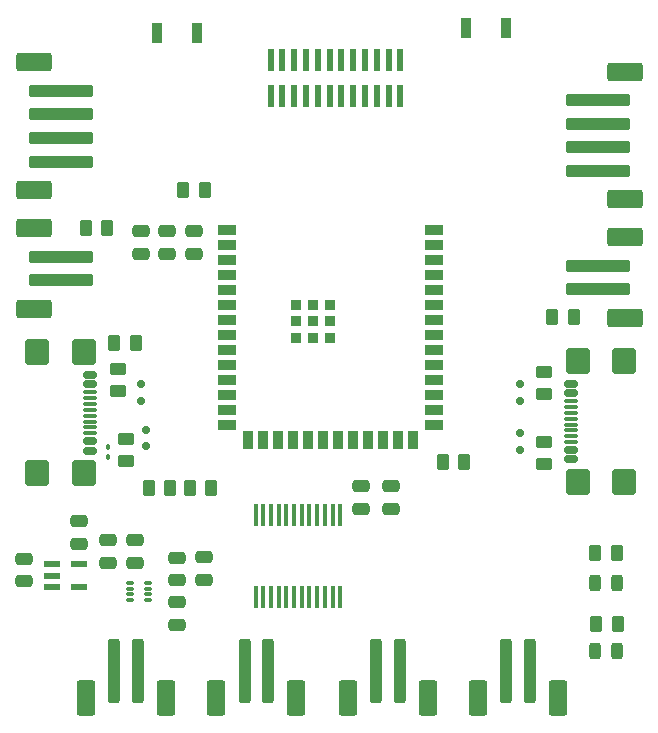
<source format=gbr>
%TF.GenerationSoftware,KiCad,Pcbnew,9.0.5*%
%TF.CreationDate,2025-10-28T16:25:52-07:00*%
%TF.ProjectId,Vine_Basestation_Cable_Reeling,56696e65-5f42-4617-9365-73746174696f,rev?*%
%TF.SameCoordinates,Original*%
%TF.FileFunction,Paste,Top*%
%TF.FilePolarity,Positive*%
%FSLAX46Y46*%
G04 Gerber Fmt 4.6, Leading zero omitted, Abs format (unit mm)*
G04 Created by KiCad (PCBNEW 9.0.5) date 2025-10-28 16:25:52*
%MOMM*%
%LPD*%
G01*
G04 APERTURE LIST*
G04 Aperture macros list*
%AMRoundRect*
0 Rectangle with rounded corners*
0 $1 Rounding radius*
0 $2 $3 $4 $5 $6 $7 $8 $9 X,Y pos of 4 corners*
0 Add a 4 corners polygon primitive as box body*
4,1,4,$2,$3,$4,$5,$6,$7,$8,$9,$2,$3,0*
0 Add four circle primitives for the rounded corners*
1,1,$1+$1,$2,$3*
1,1,$1+$1,$4,$5*
1,1,$1+$1,$6,$7*
1,1,$1+$1,$8,$9*
0 Add four rect primitives between the rounded corners*
20,1,$1+$1,$2,$3,$4,$5,0*
20,1,$1+$1,$4,$5,$6,$7,0*
20,1,$1+$1,$6,$7,$8,$9,0*
20,1,$1+$1,$8,$9,$2,$3,0*%
G04 Aperture macros list end*
%ADD10RoundRect,0.150000X-0.200000X0.150000X-0.200000X-0.150000X0.200000X-0.150000X0.200000X0.150000X0*%
%ADD11RoundRect,0.250000X0.475000X-0.250000X0.475000X0.250000X-0.475000X0.250000X-0.475000X-0.250000X0*%
%ADD12RoundRect,0.250000X0.262500X0.450000X-0.262500X0.450000X-0.262500X-0.450000X0.262500X-0.450000X0*%
%ADD13RoundRect,0.250000X0.450000X-0.262500X0.450000X0.262500X-0.450000X0.262500X-0.450000X-0.262500X0*%
%ADD14RoundRect,0.250000X-0.262500X-0.450000X0.262500X-0.450000X0.262500X0.450000X-0.262500X0.450000X0*%
%ADD15R,1.422400X0.558800*%
%ADD16RoundRect,0.250000X-0.450000X0.262500X-0.450000X-0.262500X0.450000X-0.262500X0.450000X0.262500X0*%
%ADD17RoundRect,0.150000X0.200000X-0.150000X0.200000X0.150000X-0.200000X0.150000X-0.200000X-0.150000X0*%
%ADD18RoundRect,0.243750X-0.243750X-0.456250X0.243750X-0.456250X0.243750X0.456250X-0.243750X0.456250X0*%
%ADD19RoundRect,0.250000X0.250000X2.500000X-0.250000X2.500000X-0.250000X-2.500000X0.250000X-2.500000X0*%
%ADD20RoundRect,0.250000X0.550000X1.250000X-0.550000X1.250000X-0.550000X-1.250000X0.550000X-1.250000X0*%
%ADD21R,0.500000X1.850000*%
%ADD22RoundRect,0.100000X0.100000X-0.850000X0.100000X0.850000X-0.100000X0.850000X-0.100000X-0.850000X0*%
%ADD23RoundRect,0.090000X-0.090000X0.139000X-0.090000X-0.139000X0.090000X-0.139000X0.090000X0.139000X0*%
%ADD24RoundRect,0.150000X-0.425000X0.150000X-0.425000X-0.150000X0.425000X-0.150000X0.425000X0.150000X0*%
%ADD25RoundRect,0.075000X-0.500000X0.075000X-0.500000X-0.075000X0.500000X-0.075000X0.500000X0.075000X0*%
%ADD26RoundRect,0.250000X-0.750000X0.840000X-0.750000X-0.840000X0.750000X-0.840000X0.750000X0.840000X0*%
%ADD27R,1.498600X0.812800*%
%ADD28R,0.812800X1.498600*%
%ADD29R,0.889000X0.889000*%
%ADD30RoundRect,0.250000X2.500000X-0.250000X2.500000X0.250000X-2.500000X0.250000X-2.500000X-0.250000X0*%
%ADD31RoundRect,0.250000X1.250000X-0.550000X1.250000X0.550000X-1.250000X0.550000X-1.250000X-0.550000X0*%
%ADD32R,0.900000X1.700000*%
%ADD33RoundRect,0.150000X0.425000X-0.150000X0.425000X0.150000X-0.425000X0.150000X-0.425000X-0.150000X0*%
%ADD34RoundRect,0.075000X0.500000X-0.075000X0.500000X0.075000X-0.500000X0.075000X-0.500000X-0.075000X0*%
%ADD35RoundRect,0.250000X0.750000X-0.840000X0.750000X0.840000X-0.750000X0.840000X-0.750000X-0.840000X0*%
%ADD36RoundRect,0.250000X-2.500000X0.250000X-2.500000X-0.250000X2.500000X-0.250000X2.500000X0.250000X0*%
%ADD37RoundRect,0.250000X-1.250000X0.550000X-1.250000X-0.550000X1.250000X-0.550000X1.250000X0.550000X0*%
%ADD38RoundRect,0.250000X-0.475000X0.250000X-0.475000X-0.250000X0.475000X-0.250000X0.475000X0.250000X0*%
%ADD39RoundRect,0.050000X0.285000X0.100000X-0.285000X0.100000X-0.285000X-0.100000X0.285000X-0.100000X0*%
G04 APERTURE END LIST*
D10*
%TO.C,D2*%
X153390000Y-96610000D03*
X153390000Y-98010000D03*
%TD*%
D11*
%TO.C,C12*%
X116000000Y-105950000D03*
X116000000Y-104050000D03*
%TD*%
D12*
%TO.C,R3*%
X157912500Y-86750000D03*
X156087500Y-86750000D03*
%TD*%
D11*
%TO.C,C8*%
X139950000Y-103000000D03*
X139950000Y-101100000D03*
%TD*%
D13*
%TO.C,R9*%
X119325000Y-93022500D03*
X119325000Y-91197500D03*
%TD*%
D14*
%TO.C,R5*%
X125425000Y-101250000D03*
X127250000Y-101250000D03*
%TD*%
D15*
%TO.C,U4*%
X113711200Y-107699998D03*
X113711200Y-108649999D03*
X113711200Y-109600000D03*
X116000000Y-109600000D03*
X116000000Y-107699998D03*
%TD*%
D11*
%TO.C,C10*%
X123500000Y-81400000D03*
X123500000Y-79500000D03*
%TD*%
%TO.C,C5*%
X120750000Y-107550000D03*
X120750000Y-105650000D03*
%TD*%
D16*
%TO.C,R10*%
X120000000Y-97110000D03*
X120000000Y-98935000D03*
%TD*%
D17*
%TO.C,D4*%
X121325000Y-92460000D03*
X121325000Y-93860000D03*
%TD*%
D18*
%TO.C,D7*%
X159750000Y-115000000D03*
X161625000Y-115000000D03*
%TD*%
D11*
%TO.C,C7*%
X125750000Y-81400000D03*
X125750000Y-79500000D03*
%TD*%
D19*
%TO.C,J1*%
X121000000Y-116750000D03*
X119000000Y-116750000D03*
D20*
X123400000Y-119000000D03*
X116600000Y-119000000D03*
%TD*%
D19*
%TO.C,J2*%
X154200000Y-116750000D03*
X152200000Y-116750000D03*
D20*
X156600000Y-119000000D03*
X149800000Y-119000000D03*
%TD*%
D14*
%TO.C,R2*%
X116587500Y-79250000D03*
X118412500Y-79250000D03*
%TD*%
D18*
%TO.C,D6*%
X159750000Y-109250000D03*
X161625000Y-109250000D03*
%TD*%
D21*
%TO.C,J11*%
X132250000Y-65000000D03*
X132250000Y-68050000D03*
X133250000Y-65000000D03*
X133250000Y-68050000D03*
X134250000Y-65000000D03*
X134250000Y-68050000D03*
X135250000Y-65000000D03*
X135250000Y-68050000D03*
X136250000Y-65000000D03*
X136250000Y-68050000D03*
X137250000Y-65000000D03*
X137250000Y-68050000D03*
X138250000Y-65000000D03*
X138250000Y-68050000D03*
X139250000Y-65000000D03*
X139250000Y-68050000D03*
X140250000Y-65000000D03*
X140250000Y-68050000D03*
X141250000Y-65000000D03*
X141250000Y-68050000D03*
X142250000Y-65000000D03*
X142250000Y-68050000D03*
X143250000Y-65000000D03*
X143250000Y-68050000D03*
%TD*%
D12*
%TO.C,R12*%
X148662500Y-99000000D03*
X146837500Y-99000000D03*
%TD*%
D16*
%TO.C,R6*%
X155390000Y-97360000D03*
X155390000Y-99185000D03*
%TD*%
D17*
%TO.C,D1*%
X153390000Y-92460000D03*
X153390000Y-93860000D03*
%TD*%
D14*
%TO.C,R4*%
X121925000Y-101250000D03*
X123750000Y-101250000D03*
%TD*%
D22*
%TO.C,U5*%
X131000000Y-110500000D03*
X131650000Y-110500000D03*
X132300000Y-110500000D03*
X132950000Y-110500000D03*
X133600000Y-110500000D03*
X134250000Y-110500000D03*
X134900000Y-110500000D03*
X135550000Y-110500000D03*
X136200000Y-110500000D03*
X136850000Y-110500000D03*
X137500000Y-110500000D03*
X138150000Y-110500000D03*
X138150000Y-103500000D03*
X137500000Y-103500000D03*
X136850000Y-103500000D03*
X136200000Y-103500000D03*
X135550000Y-103500000D03*
X134900000Y-103500000D03*
X134250000Y-103500000D03*
X133600000Y-103500000D03*
X132950000Y-103500000D03*
X132300000Y-103500000D03*
X131650000Y-103500000D03*
X131000000Y-103500000D03*
%TD*%
D14*
%TO.C,R8*%
X159750000Y-106750000D03*
X161575000Y-106750000D03*
%TD*%
D23*
%TO.C,D5*%
X118500000Y-97750000D03*
X118500000Y-98615000D03*
%TD*%
D24*
%TO.C,J10*%
X117005000Y-91660000D03*
X117005000Y-92460000D03*
D25*
X117005000Y-93610000D03*
X117005000Y-94610000D03*
X117005000Y-95110000D03*
X117005000Y-96110000D03*
D24*
X117005000Y-97260000D03*
X117005000Y-98060000D03*
X117005000Y-98060000D03*
X117005000Y-97260000D03*
D25*
X117005000Y-96610000D03*
X117005000Y-95610000D03*
X117005000Y-94110000D03*
X117005000Y-93110000D03*
D24*
X117005000Y-92460000D03*
X117005000Y-91660000D03*
D26*
X116430000Y-89750000D03*
X112500000Y-89750000D03*
X116430000Y-99970000D03*
X112500000Y-99970000D03*
%TD*%
D27*
%TO.C,U1*%
X128600000Y-79380000D03*
X128600000Y-80650000D03*
X128600000Y-81920000D03*
X128600000Y-83190000D03*
X128600000Y-84460000D03*
X128600000Y-85730000D03*
X128600000Y-87000000D03*
X128600000Y-88270000D03*
X128600000Y-89540000D03*
X128600000Y-90810000D03*
X128600000Y-92080000D03*
X128600000Y-93350000D03*
X128600000Y-94620000D03*
X128600000Y-95890000D03*
D28*
X130365000Y-97140000D03*
X131635000Y-97140000D03*
X132905000Y-97140000D03*
X134175000Y-97140000D03*
X135445000Y-97140000D03*
X136715000Y-97140000D03*
X137985000Y-97140000D03*
X139255000Y-97140000D03*
X140525000Y-97140000D03*
X141795000Y-97140000D03*
X143065000Y-97140000D03*
X144335000Y-97140000D03*
D27*
X146100000Y-95890000D03*
X146100000Y-94620000D03*
X146100000Y-93350000D03*
X146100000Y-92080000D03*
X146100000Y-90810000D03*
X146100000Y-89540000D03*
X146100000Y-88270000D03*
X146100000Y-87000000D03*
X146100000Y-85730000D03*
X146100000Y-84460000D03*
X146100000Y-83190000D03*
X146100000Y-81920000D03*
X146100000Y-80650000D03*
X146100000Y-79380000D03*
D29*
X135850000Y-87100000D03*
X134450000Y-85700000D03*
X134450000Y-87100000D03*
X134450000Y-88500000D03*
X135850000Y-88500000D03*
X137250000Y-88500000D03*
X137250000Y-87100000D03*
X137250000Y-85700000D03*
X135850000Y-85700000D03*
%TD*%
D19*
%TO.C,J7*%
X143200000Y-116750000D03*
X141200000Y-116750000D03*
D20*
X145600000Y-119000000D03*
X138800000Y-119000000D03*
%TD*%
D11*
%TO.C,C2*%
X124350000Y-109050000D03*
X124350000Y-107150000D03*
%TD*%
D19*
%TO.C,J6*%
X132050000Y-116750000D03*
X130050000Y-116750000D03*
D20*
X134450000Y-119000000D03*
X127650000Y-119000000D03*
%TD*%
D14*
%TO.C,R11*%
X159837500Y-112750000D03*
X161662500Y-112750000D03*
%TD*%
D30*
%TO.C,J8*%
X114500000Y-73600000D03*
X114500000Y-71600000D03*
X114500000Y-69600000D03*
X114500000Y-67600000D03*
D31*
X112250000Y-76000000D03*
X112250000Y-65200000D03*
%TD*%
D32*
%TO.C,SW1*%
X122600000Y-62750000D03*
X126000000Y-62750000D03*
%TD*%
D33*
%TO.C,J3*%
X157710000Y-98810000D03*
X157710000Y-98010000D03*
D34*
X157710000Y-96860000D03*
X157710000Y-95860000D03*
X157710000Y-95360000D03*
X157710000Y-94360000D03*
D33*
X157710000Y-93210000D03*
X157710000Y-92410000D03*
X157710000Y-92410000D03*
X157710000Y-93210000D03*
D34*
X157710000Y-93860000D03*
X157710000Y-94860000D03*
X157710000Y-96360000D03*
X157710000Y-97360000D03*
D33*
X157710000Y-98010000D03*
X157710000Y-98810000D03*
D35*
X158285000Y-100720000D03*
X162215000Y-100720000D03*
X158285000Y-90500000D03*
X162215000Y-90500000D03*
%TD*%
D11*
%TO.C,C15*%
X121250000Y-81400000D03*
X121250000Y-79500000D03*
%TD*%
D13*
%TO.C,R7*%
X155390000Y-93272500D03*
X155390000Y-91447500D03*
%TD*%
D11*
%TO.C,C4*%
X118500000Y-107550000D03*
X118500000Y-105650000D03*
%TD*%
D36*
%TO.C,J9*%
X160000000Y-68400000D03*
X160000000Y-70400000D03*
X160000000Y-72400000D03*
X160000000Y-74400000D03*
D37*
X162250000Y-66000000D03*
X162250000Y-76800000D03*
%TD*%
D32*
%TO.C,SW2*%
X152200000Y-62250000D03*
X148800000Y-62250000D03*
%TD*%
D14*
%TO.C,R1*%
X119000000Y-89000000D03*
X120825000Y-89000000D03*
%TD*%
D11*
%TO.C,C1*%
X126600000Y-109000000D03*
X126600000Y-107100000D03*
%TD*%
D38*
%TO.C,C11*%
X111400000Y-107250000D03*
X111400000Y-109150000D03*
%TD*%
D36*
%TO.C,J5*%
X160000000Y-82400000D03*
X160000000Y-84400000D03*
D37*
X162250000Y-80000000D03*
X162250000Y-86800000D03*
%TD*%
D10*
%TO.C,D3*%
X121750000Y-97700000D03*
X121750000Y-96300000D03*
%TD*%
D38*
%TO.C,C3*%
X124350000Y-110900000D03*
X124350000Y-112800000D03*
%TD*%
D39*
%TO.C,U3*%
X121850000Y-110750000D03*
X121850000Y-110250000D03*
X121850000Y-109750000D03*
X121850000Y-109250000D03*
X120370000Y-109250000D03*
X120370000Y-109750000D03*
X120370000Y-110250000D03*
X120370000Y-110750000D03*
%TD*%
D11*
%TO.C,C9*%
X142450000Y-103000000D03*
X142450000Y-101100000D03*
%TD*%
D30*
%TO.C,J4*%
X114500000Y-83650000D03*
X114500000Y-81650000D03*
D31*
X112250000Y-86050000D03*
X112250000Y-79250000D03*
%TD*%
D14*
%TO.C,R13*%
X124837500Y-76000000D03*
X126662500Y-76000000D03*
%TD*%
M02*

</source>
